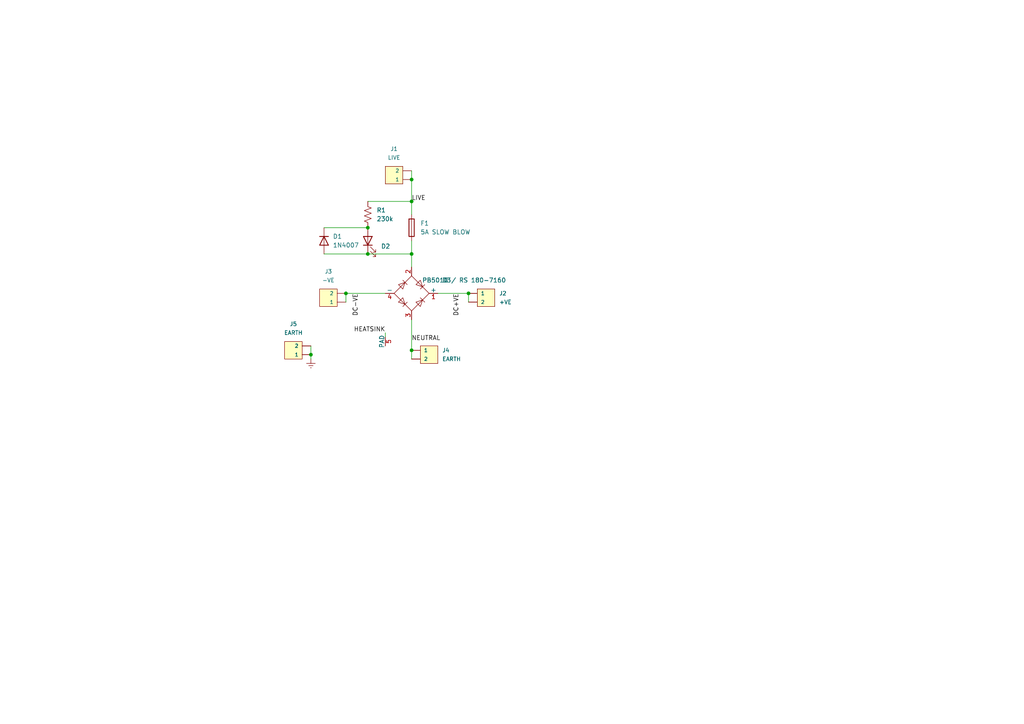
<source format=kicad_sch>
(kicad_sch (version 20211123) (generator eeschema)
  (paper "A4")
  (lib_symbols
    (symbol "Device:Fuse" (pin_numbers hide) (pin_names (offset 0))
      (property "Reference" "F" (at 2.032 0 90))
      (property "Value" "Fuse" (at -1.905 0 90))
      (symbol "Fuse_0_1"
        (rectangle (start -0.762 -2.54) (end 0.762 2.54) (stroke (width 0.254)))
        (polyline (pts (xy 0 2.54) (xy 0 -2.54)))
      )
      (symbol "Fuse_1_1"
        (pin passive line (at 0 3.81 270) (length 1.27) (name "~") (number "1"))
        (pin passive line (at 0 -3.81 90) (length 1.27) (name "~") (number "2"))
      )
    )
    (symbol "Device:LED" (pin_numbers hide) (pin_names (offset 1.016) hide)
      (property "Reference" "D" (at 0 2.54 0))
      (property "Value" "LED" (at 0 -2.54 0))
      (symbol "LED_0_1"
        (polyline (pts (xy -1.27 -1.27) (xy -1.27 1.27)) (stroke (width 0.254)))
        (polyline (pts (xy -1.27 0) (xy 1.27 0)))
        (polyline (pts (xy 1.27 -1.27) (xy 1.27 1.27) (xy -1.27 0) (xy 1.27 -1.27)) (stroke (width 0.254)))
        (polyline (pts (xy -3.048 -0.762) (xy -4.572 -2.286) (xy -3.81 -2.286) (xy -4.572 -2.286) (xy -4.572 -1.524)))
        (polyline (pts (xy -1.778 -0.762) (xy -3.302 -2.286) (xy -2.54 -2.286) (xy -3.302 -2.286) (xy -3.302 -1.524)))
      )
      (symbol "LED_1_1"
        (pin passive line (at -3.81 0 0) (length 2.54) (name "K") (number "1"))
        (pin passive line (at 3.81 0 180) (length 2.54) (name "A") (number "2"))
      )
    )
    (symbol "Device:R_US" (pin_numbers hide) (pin_names (offset 0))
      (property "Reference" "R" (at 2.54 0 90))
      (property "Value" "R_US" (at -2.54 0 90))
      (symbol "R_US_0_1"
        (polyline (pts (xy 0 -2.286) (xy 0 -2.54)))
        (polyline (pts (xy 0 2.286) (xy 0 2.54)))
        (polyline (pts (xy 0 -0.762) (xy 1.016 -1.143) (xy 0 -1.524) (xy -1.016 -1.905) (xy 0 -2.286)))
        (polyline (pts (xy 0 0.762) (xy 1.016 0.381) (xy 0 0) (xy -1.016 -0.381) (xy 0 -0.762)))
        (polyline (pts (xy 0 2.286) (xy 1.016 1.905) (xy 0 1.524) (xy -1.016 1.143) (xy 0 0.762)))
      )
      (symbol "R_US_1_1"
        (pin passive line (at 0 3.81 270) (length 1.27) (name "~") (number "1"))
        (pin passive line (at 0 -3.81 90) (length 1.27) (name "~") (number "2"))
      )
    )
    (symbol "Diode:1N4007" (pin_numbers hide) (pin_names hide)
      (property "Reference" "D" (at 0 2.54 0))
      (property "Value" "1N4007" (at 0 -2.54 0))
      (symbol "1N4007_0_1"
        (polyline (pts (xy -1.27 1.27) (xy -1.27 -1.27)) (stroke (width 0.254)))
        (polyline (pts (xy 1.27 0) (xy -1.27 0)))
        (polyline (pts (xy 1.27 1.27) (xy 1.27 -1.27) (xy -1.27 0) (xy 1.27 1.27)) (stroke (width 0.254)))
      )
      (symbol "1N4007_1_1"
        (pin passive line (at -3.81 0 0) (length 2.54) (name "K") (number "1"))
        (pin passive line (at 3.81 0 180) (length 2.54) (name "A") (number "2"))
      )
    )
    (symbol "Diode_Bridge:GBU8J" (pin_names (offset 0))
      (property "Reference" "D3" (at 10.16 -3.81 0))
      (property "Value" "PB5010 / RS 180-7160" (at 15.24 -3.81 0))
      (symbol "GBU8J_0_1"
        (polyline (pts (xy -2.54 3.81) (xy -1.27 2.54)))
        (polyline (pts (xy -1.27 -2.54) (xy -2.54 -3.81)))
        (polyline (pts (xy 2.54 -1.27) (xy 3.81 -2.54)))
        (polyline (pts (xy 2.54 1.27) (xy 3.81 2.54)))
        (polyline (pts (xy -3.81 2.54) (xy -2.54 1.27) (xy -1.905 3.175) (xy -3.81 2.54)))
        (polyline (pts (xy -2.54 -1.27) (xy -3.81 -2.54) (xy -1.905 -3.175) (xy -2.54 -1.27)))
        (polyline (pts (xy 1.27 2.54) (xy 2.54 3.81) (xy 3.175 1.905) (xy 1.27 2.54)))
        (polyline (pts (xy 3.175 -1.905) (xy 1.27 -2.54) (xy 2.54 -3.81) (xy 3.175 -1.905)))
        (polyline (pts (xy -5.08 0) (xy 0 -5.08) (xy 5.08 0) (xy 0 5.08) (xy -5.08 0)))
      )
      (symbol "GBU8J_1_1"
        (pin passive line (at 7.62 0 180) (length 2.54) (name "+") (number "1"))
        (pin passive line (at 0 -7.62 90) (length 2.54) (name "~") (number "2"))
        (pin passive line (at 0 7.62 270) (length 2.54) (name "~") (number "3"))
        (pin passive line (at -7.62 0 0) (length 2.54) (name "-") (number "4"))
        (pin passive line (at -7.62 12.7 90) (length 2.54) (name "PAD") (number "5"))
      )
    )
    (symbol "SparkFun-Connectors:CONN_02" (pin_numbers hide) (pin_names (offset 1.016))
      (property "Reference" "J" (at -5.08 5.08 0))
      (property "Value" "CONN_02" (at -5.08 -3.81 0))
      (property "Field4" "XXX-00000" (at 0 7.62 0))
      (symbol "CONN_02_1_0"
        (rectangle (start 0 -1.27) (end -5.08 3.81) (fill (type background)))
      )
      (symbol "CONN_02_1_1"
        (pin passive line (at 2.54 0 180) (length 2.54) (name "1") (number "1"))
        (pin passive line (at 2.54 2.54 180) (length 2.54) (name "2") (number "2"))
      )
    )
    (symbol "power:Earth" (power) (pin_names (offset 0))
      (symbol "Earth_0_1"
        (polyline (pts (xy -0.635 -1.905) (xy 0.635 -1.905)))
        (polyline (pts (xy -0.127 -2.54) (xy 0.127 -2.54)))
        (polyline (pts (xy 0 -1.27) (xy 0 0)))
        (polyline (pts (xy 1.27 -1.27) (xy -1.27 -1.27)))
      )
      (symbol "Earth_1_1"
        (pin power_in line (at 0 0 270) (length 0) hide (name "Earth") (number "1"))
      )
    )
  )
  (junction (at 106.68 66.04))
  (junction (at 119.38 52.07))
  (junction (at 119.38 101.6))
  (junction (at 135.89 85.09))
  (junction (at 90.17 102.87))
  (junction (at 100.33 85.09))
  (junction (at 119.38 73.66))
  (junction (at 119.38 58.42))
  (junction (at 106.68 73.66))
  (wire (pts (xy 93.98 73.66) (xy 106.68 73.66)))
  (wire (pts (xy 119.38 69.85) (xy 119.38 73.66)))
  (wire (pts (xy 119.38 101.6) (xy 119.38 104.14)))
  (wire (pts (xy 93.98 66.04) (xy 106.68 66.04)))
  (wire (pts (xy 106.68 58.42) (xy 119.38 58.42)))
  (wire (pts (xy 119.38 92.71) (xy 119.38 101.6)))
  (wire (pts (xy 90.17 100.33) (xy 90.17 102.87)))
  (wire (pts (xy 111.76 96.52) (xy 111.76 97.79)))
  (wire (pts (xy 106.68 73.66) (xy 119.38 73.66)))
  (wire (pts (xy 119.38 77.47) (xy 119.38 73.66)))
  (wire (pts (xy 119.38 49.53) (xy 119.38 52.07)))
  (wire (pts (xy 119.38 52.07) (xy 119.38 58.42)))
  (wire (pts (xy 135.89 87.63) (xy 135.89 85.09)))
  (wire (pts (xy 119.38 58.42) (xy 119.38 62.23)))
  (wire (pts (xy 100.33 85.09) (xy 100.33 87.63)))
  (wire (pts (xy 90.17 102.87) (xy 90.17 104.14)))
  (wire (pts (xy 100.33 85.09) (xy 111.76 85.09)))
  (wire (pts (xy 127 85.09) (xy 135.89 85.09)))
  (label "DC-VE" (at 104.14 85.09 270))
  (label "DC+VE" (at 133.35 85.09 270))
  (label "NEUTRAL" (at 119.38 99.06 0))
  (label "LIVE" (at 119.38 58.42 0))
  (label "HEATSINK" (at 111.76 96.52 180))
  (symbol (lib_id "SparkFun-Connectors:CONN_02") (at 87.63 102.87 0) (unit 1)
    (property "Reference" "J5" (at 85.09 93.98 0) (effects (font (size 1.143 1.143))))
    (property "Value" "EARTH" (at 85.09 96.52 0) (effects (font (size 1.143 1.143))))
    (property "Footprint" "Connector_JST:JST_VH_B2P-VH_1x02_P3.96mm_Vertical" (effects hide))
    (property "Datasheet" "https://datasheet.lcsc.com/lcsc/1811151524_JST-Sales-America-B2B-PH-K-S-LF-SN_C131337.pdf" (effects hide))
    (property "Field4" "XXX-00000" (effects hide))
    (property "Cost" "0.0301" (effects hide))
    (property "LCSC" "C131337" (effects hide))
  )
  (symbol (lib_id "SparkFun-Connectors:CONN_02") (at 97.79 87.63 0) (unit 1)
    (property "Reference" "J3" (at 95.25 78.74 0) (effects (font (size 1.143 1.143))))
    (property "Value" "-VE" (at 95.25 81.28 0) (effects (font (size 1.143 1.143))))
    (property "Footprint" "Connector_JST:JST_VH_B2P-VH_1x02_P3.96mm_Vertical" (effects hide))
    (property "Datasheet" "https://datasheet.lcsc.com/lcsc/1811151524_JST-Sales-America-B2B-PH-K-S-LF-SN_C131337.pdf" (effects hide))
    (property "Field4" "XXX-00000" (effects hide))
    (property "Cost" "0.0301" (effects hide))
    (property "LCSC" "C131337" (effects hide))
  )
  (symbol (lib_id "Device:R_US") (at 106.68 62.23 0) (unit 1)
    (property "Reference" "R1" (at 109.22 60.9599 0) (effects (justify left)))
    (property "Value" "230k" (at 109.22 63.4999 0) (effects (justify left)))
    (property "Footprint" "Resistor_THT:R_Axial_DIN0207_L6.3mm_D2.5mm_P10.16mm_Horizontal" (effects hide))
  )
  (symbol (lib_id "SparkFun-Connectors:CONN_02") (at 138.43 85.09 180) (unit 1)
    (property "Reference" "J2" (at 144.78 85.09 0) (effects (font (size 1.143 1.143)) (justify right)))
    (property "Value" "+VE" (at 144.78 87.63 0) (effects (font (size 1.143 1.143)) (justify right)))
    (property "Footprint" "Connector_JST:JST_VH_B2P-VH_1x02_P3.96mm_Vertical" (effects hide))
    (property "Datasheet" "https://datasheet.lcsc.com/lcsc/1811151524_JST-Sales-America-B2B-PH-K-S-LF-SN_C131337.pdf" (effects hide))
    (property "Field4" "XXX-00000" (effects hide))
    (property "Cost" "0.0301" (effects hide))
    (property "LCSC" "C131337" (effects hide))
  )
  (symbol (lib_id "SparkFun-Connectors:CONN_02") (at 116.84 52.07 0) (unit 1)
    (property "Reference" "J1" (at 114.3 43.18 0) (effects (font (size 1.143 1.143))))
    (property "Value" "LIVE" (at 114.3 45.72 0) (effects (font (size 1.143 1.143))))
    (property "Footprint" "Connector_JST:JST_VH_B2P-VH_1x02_P3.96mm_Vertical" (effects hide))
    (property "Datasheet" "https://datasheet.lcsc.com/lcsc/1811151524_JST-Sales-America-B2B-PH-K-S-LF-SN_C131337.pdf" (effects hide))
    (property "Field4" "XXX-00000" (effects hide))
    (property "Cost" "0.0301" (effects hide))
    (property "LCSC" "C131337" (effects hide))
  )
  (symbol (lib_id "Device:Fuse") (at 119.38 66.04 0) (unit 1)
    (property "Reference" "F1" (at 121.92 64.7699 0) (effects (justify left)))
    (property "Value" "5A SLOW BLOW" (at 121.92 67.3099 0) (effects (justify left)))
    (property "Footprint" "Fuse:Fuseholder_Cylinder-5x20mm_Schurter_0031_8201_Horizontal_Open" (effects hide))
    (property "RS" "176-9047" (effects hide))
  )
  (symbol (lib_id "SparkFun-Connectors:CONN_02") (at 121.92 101.6 180) (unit 1)
    (property "Reference" "J4" (at 128.27 101.6 0) (effects (font (size 1.143 1.143)) (justify right)))
    (property "Value" "EARTH" (at 128.27 104.14 0) (effects (font (size 1.143 1.143)) (justify right)))
    (property "Footprint" "Connector_JST:JST_VH_B2P-VH_1x02_P3.96mm_Vertical" (effects hide))
    (property "Datasheet" "https://datasheet.lcsc.com/lcsc/1811151524_JST-Sales-America-B2B-PH-K-S-LF-SN_C131337.pdf" (effects hide))
    (property "Field4" "XXX-00000" (effects hide))
    (property "Cost" "0.0301" (effects hide))
    (property "LCSC" "C131337" (effects hide))
  )
  (symbol (lib_id "Diode:1N4007") (at 93.98 69.85 270) (unit 1)
    (property "Reference" "D1" (at 96.52 68.5799 90) (effects (justify left)))
    (property "Value" "1N4007" (at 96.52 71.1199 90) (effects (justify left)))
    (property "Footprint" "Diode_THT:D_DO-41_SOD81_P10.16mm_Horizontal" (effects hide))
    (property "Datasheet" "http://www.vishay.com/docs/88503/1n4001.pdf" (effects hide))
  )
  (symbol (lib_id "Device:LED") (at 106.68 69.85 90) (unit 1)
    (property "Reference" "D2" (at 110.49 71.4374 90) (effects (justify right)))
    (property "Value" "H100CHDLRS 752-9084" (effects hide))
    (property "Footprint" "LED_THT:LED_D1.8mm_W1.8mm_H2.4mm_Horizontal_O1.27mm_Z1.6mm" (effects hide))
  )
  (symbol (lib_id "Diode_Bridge:GBU8J") (at 119.38 85.09 0) (mirror x) (unit 1)
    (property "Reference" "D3" (at 129.54 81.28 0))
    (property "Value" "PB5010 / RS 180-7160" (at 134.62 81.28 0))
    (property "Footprint" "misc:Vishay_Diode_Bridge_Rectifier_PB" (effects hide))
    (property "Datasheet" "https://docs.rs-online.com/a588/0900766b81699ec7.pdf" (effects hide))
    (property "RS" "180-7160" (effects hide))
  )
  (symbol (lib_id "power:Earth") (at 90.17 104.14 0) (unit 1)
    (property "Reference" "#PWR0101" (effects hide))
    (property "Value" "Earth" (effects hide))
  )
)
</source>
